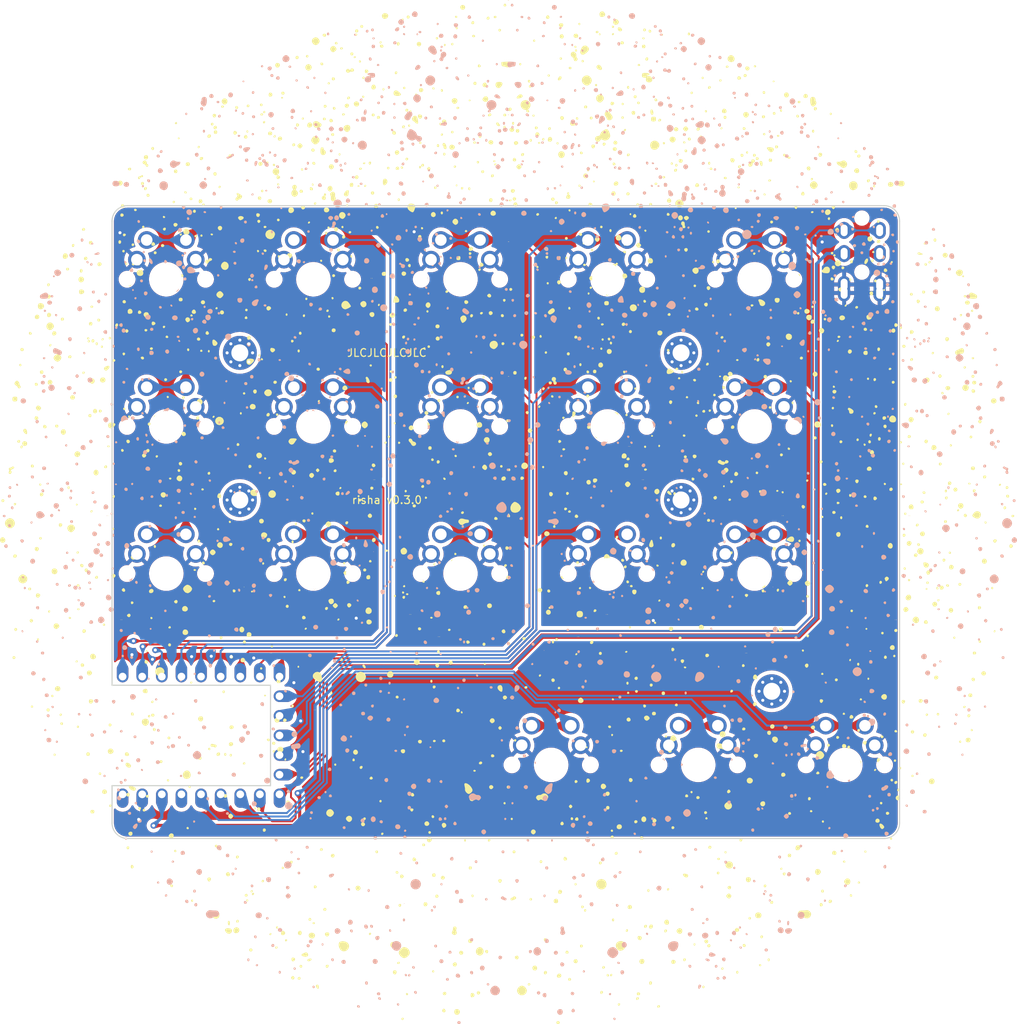
<source format=kicad_pcb>
(kicad_pcb (version 20221018) (generator pcbnew)
  (title_block (title "risha") (rev "v1.0.0") (company "Unknown"))
  (layers (0 "F.Cu" signal) (31 "B.Cu" signal) (34 "B.Paste" user) (35 "F.Paste" user) (36 "B.SilkS" user "B.Silkscreen") (37 "F.SilkS" user "F.Silkscreen") (38 "B.Mask" user) (39 "F.Mask" user) (44 "Edge.Cuts" user))
  (net 0 "")
  (net 1 "matrix_pinky_bottom")
  (net 2 "GND")
  (net 3 "matrix_pinky_home")
  (net 4 "matrix_pinky_top")
  (net 5 "matrix_ring_bottom")
  (net 6 "matrix_ring_home")
  (net 7 "matrix_ring_top")
  (net 8 "matrix_middle_bottom")
  (net 9 "matrix_middle_home")
  (net 10 "matrix_middle_top")
  (net 11 "matrix_index_bottom")
  (net 12 "matrix_index_home")
  (net 13 "matrix_index_top")
  (net 14 "matrix_inner_bottom")
  (net 15 "matrix_inner_home")
  (net 16 "matrix_inner_top")
  (net 17 "thumbfan_near_home")
  (net 18 "thumbfan_middle_home")
  (net 19 "thumbfan_far_home")
  (net 20 "GP12")
  (net 21 "GP29")
  (net 22 "3V3")
  (net 23 "5V")
  (footprint "MX" (layer "F.Cu") (at 190.5 114.3)
    (fp_text reference "S9" hide)
    (fp_text value "" hide)
    (pad "" np_thru_hole circle (at -5.08 0) (size 1.7018 1.7018) (drill 1.7018) (layers "*.Cu" "*.Mask"))
    (pad "" np_thru_hole circle (at 0 0) (size 3.9878 3.9878) (drill 3.9878) (layers "*.Cu" "*.Mask"))
    (pad "" np_thru_hole circle (at 5.08 0) (size 1.7018 1.7018) (drill 1.7018) (layers "*.Cu" "*.Mask"))
    (pad "1" thru_hole circle (at -2.54 -5.08) (size 2.286 2.286) (drill 1.4986) (layers "*.Cu" "*.Mask") (net 10 "matrix_middle_top"))
    (pad "1" thru_hole circle (at 2.54 -5.08) (size 2.286 2.286) (drill 1.4986) (layers "*.Cu" "*.Mask") (net 10 "matrix_middle_top"))
    (pad "2" thru_hole circle (at -3.81 -2.54) (size 2.286 2.286) (drill 1.4986) (layers "*.Cu" "*.Mask") (net 2 "GND"))
    (pad "2" thru_hole circle (at 3.81 -2.54) (size 2.286 2.286) (drill 1.4986) (layers "*.Cu" "*.Mask") (net 2 "GND"))
  )
  (footprint "MX" (layer "F.Cu") (at 152.4 152.4)
    (fp_text reference "S1" hide)
    (fp_text value "" hide)
    (pad "" np_thru_hole circle (at -5.08 0) (size 1.7018 1.7018) (drill 1.7018) (layers "*.Cu" "*.Mask"))
    (pad "" np_thru_hole circle (at 0 0) (size 3.9878 3.9878) (drill 3.9878) (layers "*.Cu" "*.Mask"))
    (pad "" np_thru_hole circle (at 5.08 0) (size 1.7018 1.7018) (drill 1.7018) (layers "*.Cu" "*.Mask"))
    (pad "1" thru_hole circle (at -2.54 -5.08) (size 2.286 2.286) (drill 1.4986) (layers "*.Cu" "*.Mask") (net 1 "matrix_pinky_bottom"))
    (pad "1" thru_hole circle (at 2.54 -5.08) (size 2.286 2.286) (drill 1.4986) (layers "*.Cu" "*.Mask") (net 1 "matrix_pinky_bottom"))
    (pad "2" thru_hole circle (at -3.81 -2.54) (size 2.286 2.286) (drill 1.4986) (layers "*.Cu" "*.Mask") (net 2 "GND"))
    (pad "2" thru_hole circle (at 3.81 -2.54) (size 2.286 2.286) (drill 1.4986) (layers "*.Cu" "*.Mask") (net 2 "GND"))
  )
  (footprint "MX" (layer "F.Cu") (at 209.55 152.4)
    (fp_text reference "S10" hide)
    (fp_text value "" hide)
    (pad "" np_thru_hole circle (at -5.08 0) (size 1.7018 1.7018) (drill 1.7018) (layers "*.Cu" "*.Mask"))
    (pad "" np_thru_hole circle (at 0 0) (size 3.9878 3.9878) (drill 3.9878) (layers "*.Cu" "*.Mask"))
    (pad "" np_thru_hole circle (at 5.08 0) (size 1.7018 1.7018) (drill 1.7018) (layers "*.Cu" "*.Mask"))
    (pad "1" thru_hole circle (at -2.54 -5.08) (size 2.286 2.286) (drill 1.4986) (layers "*.Cu" "*.Mask") (net 11 "matrix_index_bottom"))
    (pad "1" thru_hole circle (at 2.54 -5.08) (size 2.286 2.286) (drill 1.4986) (layers "*.Cu" "*.Mask") (net 11 "matrix_index_bottom"))
    (pad "2" thru_hole circle (at -3.81 -2.54) (size 2.286 2.286) (drill 1.4986) (layers "*.Cu" "*.Mask") (net 2 "GND"))
    (pad "2" thru_hole circle (at 3.81 -2.54) (size 2.286 2.286) (drill 1.4986) (layers "*.Cu" "*.Mask") (net 2 "GND"))
  )
  (footprint "MountingHole_2.2mm_M2_Pad_Via" (layer "F.Cu") (at 161.925 142.875)
    (fp_text reference "_4" hide)
    (fp_text value "" (at 0 0) (layer "F.SilkS") (effects (font (size 1.27 1.27))))
    (pad "1" thru_hole circle (at -1.65 0) (size 0.7 0.7) (drill 0.4) (layers "*.Cu" "*.Mask"))
    (pad "1" thru_hole circle (at -1.166726 -1.166726) (size 0.7 0.7) (drill 0.4) (layers "*.Cu" "*.Mask"))
    (pad "1" thru_hole circle (at -1.166726 1.166726) (size 0.7 0.7) (drill 0.4) (layers "*.Cu" "*.Mask"))
    (pad "1" thru_hole circle (at 0 -1.65) (size 0.7 0.7) (drill 0.4) (layers "*.Cu" "*.Mask"))
    (pad "1" thru_hole circle (at 0 0) (size 4.4 4.4) (drill 2.2) (layers "*.Cu" "*.Mask"))
    (pad "1" thru_hole circle (at 0 1.65) (size 0.7 0.7) (drill 0.4) (layers "*.Cu" "*.Mask"))
    (pad "1" thru_hole circle (at 1.166726 -1.166726) (size 0.7 0.7) (drill 0.4) (layers "*.Cu" "*.Mask"))
    (pad "1" thru_hole circle (at 1.166726 1.166726) (size 0.7 0.7) (drill 0.4) (layers "*.Cu" "*.Mask"))
    (pad "1" thru_hole circle (at 1.65 0) (size 0.7 0.7) (drill 0.4) (layers "*.Cu" "*.Mask"))
  )
  (footprint "MX" (layer "F.Cu") (at 202.25 177.165)
    (fp_text reference "S16" hide)
    (fp_text value "" hide)
    (pad "" np_thru_hole circle (at -5.08 0) (size 1.7018 1.7018) (drill 1.7018) (layers "*.Cu" "*.Mask"))
    (pad "" np_thru_hole circle (at 0 0) (size 3.9878 3.9878) (drill 3.9878) (layers "*.Cu" "*.Mask"))
    (pad "" np_thru_hole circle (at 5.08 0) (size 1.7018 1.7018) (drill 1.7018) (layers "*.Cu" "*.Mask"))
    (pad "1" thru_hole circle (at -2.54 -5.08) (size 2.286 2.286) (drill 1.4986) (layers "*.Cu" "*.Mask") (net 17 "thumbfan_near_home"))
    (pad "1" thru_hole circle (at 2.54 -5.08) (size 2.286 2.286) (drill 1.4986) (layers "*.Cu" "*.Mask") (net 17 "thumbfan_near_home"))
    (pad "2" thru_hole circle (at -3.81 -2.54) (size 2.286 2.286) (drill 1.4986) (layers "*.Cu" "*.Mask") (net 2 "GND"))
    (pad "2" thru_hole circle (at 3.81 -2.54) (size 2.286 2.286) (drill 1.4986) (layers "*.Cu" "*.Mask") (net 2 "GND"))
  )
  (footprint "MX" (layer "F.Cu") (at 209.55 133.35)
    (fp_text reference "S11" hide)
    (fp_text value "" hide)
    (pad "" np_thru_hole circle (at -5.08 0) (size 1.7018 1.7018) (drill 1.7018) (layers "*.Cu" "*.Mask"))
    (pad "" np_thru_hole circle (at 0 0) (size 3.9878 3.9878) (drill 3.9878) (layers "*.Cu" "*.Mask"))
    (pad "" np_thru_hole circle (at 5.08 0) (size 1.7018 1.7018) (drill 1.7018) (layers "*.Cu" "*.Mask"))
    (pad "1" thru_hole circle (at -2.54 -5.08) (size 2.286 2.286) (drill 1.4986) (layers "*.Cu" "*.Mask") (net 12 "matrix_index_home"))
    (pad "1" thru_hole circle (at 2.54 -5.08) (size 2.286 2.286) (drill 1.4986) (layers "*.Cu" "*.Mask") (net 12 "matrix_index_home"))
    (pad "2" thru_hole circle (at -3.81 -2.54) (size 2.286 2.286) (drill 1.4986) (layers "*.Cu" "*.Mask") (net 2 "GND"))
    (pad "2" thru_hole circle (at 3.81 -2.54) (size 2.286 2.286) (drill 1.4986) (layers "*.Cu" "*.Mask") (net 2 "GND"))
  )
  (footprint "MountingHole_2.2mm_M2_Pad_Via" (layer "F.Cu") (at 161.925 123.825)
    (fp_text reference "_5" hide)
    (fp_text value "" (at 0 0) (layer "F.SilkS") (effects (font (size 1.27 1.27))))
    (pad "1" thru_hole circle (at -1.65 0) (size 0.7 0.7) (drill 0.4) (layers "*.Cu" "*.Mask"))
    (pad "1" thru_hole circle (at -1.166726 -1.166726) (size 0.7 0.7) (drill 0.4) (layers "*.Cu" "*.Mask"))
    (pad "1" thru_hole circle (at -1.166726 1.166726) (size 0.7 0.7) (drill 0.4) (layers "*.Cu" "*.Mask"))
    (pad "1" thru_hole circle (at 0 -1.65) (size 0.7 0.7) (drill 0.4) (layers "*.Cu" "*.Mask"))
    (pad "1" thru_hole circle (at 0 0) (size 4.4 4.4) (drill 2.2) (layers "*.Cu" "*.Mask"))
    (pad "1" thru_hole circle (at 0 1.65) (size 0.7 0.7) (drill 0.4) (layers "*.Cu" "*.Mask"))
    (pad "1" thru_hole circle (at 1.166726 -1.166726) (size 0.7 0.7) (drill 0.4) (layers "*.Cu" "*.Mask"))
    (pad "1" thru_hole circle (at 1.166726 1.166726) (size 0.7 0.7) (drill 0.4) (layers "*.Cu" "*.Mask"))
    (pad "1" thru_hole circle (at 1.65 0) (size 0.7 0.7) (drill 0.4) (layers "*.Cu" "*.Mask"))
  )
  (footprint "MX" (layer "F.Cu") (at 228.6 114.3)
    (fp_text reference "S15" hide)
    (fp_text value "" hide)
    (pad "" np_thru_hole circle (at -5.08 0) (size 1.7018 1.7018) (drill 1.7018) (layers "*.Cu" "*.Mask"))
    (pad "" np_thru_hole circle (at 0 0) (size 3.9878 3.9878) (drill 3.9878) (layers "*.Cu" "*.Mask"))
    (pad "" np_thru_hole circle (at 5.08 0) (size 1.7018 1.7018) (drill 1.7018) (layers "*.Cu" "*.Mask"))
    (pad "1" thru_hole circle (at -2.54 -5.08) (size 2.286 2.286) (drill 1.4986) (layers "*.Cu" "*.Mask") (net 16 "matrix_inner_top"))
    (pad "1" thru_hole circle (at 2.54 -5.08) (size 2.286 2.286) (drill 1.4986) (layers "*.Cu" "*.Mask") (net 16 "matrix_inner_top"))
    (pad "2" thru_hole circle (at -3.81 -2.54) (size 2.286 2.286) (drill 1.4986) (layers "*.Cu" "*.Mask") (net 2 "GND"))
    (pad "2" thru_hole circle (at 3.81 -2.54) (size 2.286 2.286) (drill 1.4986) (layers "*.Cu" "*.Mask") (net 2 "GND"))
  )
  (footprint "MX" (layer "F.Cu") (at 171.45 114.3)
    (fp_text reference "S6" hide)
    (fp_text value "" hide)
    (pad "" np_thru_hole circle (at -5.08 0) (size 1.7018 1.7018) (drill 1.7018) (layers "*.Cu" "*.Mask"))
    (pad "" np_thru_hole circle (at 0 0) (size 3.9878 3.9878) (drill 3.9878) (layers "*.Cu" "*.Mask"))
    (pad "" np_thru_hole circle (at 5.08 0) (size 1.7018 1.7018) (drill 1.7018) (layers "*.Cu" "*.Mask"))
    (pad "1" thru_hole circle (at -2.54 -5.08) (size 2.286 2.286) (drill 1.4986) (layers "*.Cu" "*.Mask") (net 7 "matrix_ring_top"))
    (pad "1" thru_hole circle (at 2.54 -5.08) (size 2.286 2.286) (drill 1.4986) (layers "*.Cu" "*.Mask") (net 7 "matrix_ring_top"))
    (pad "2" thru_hole circle (at -3.81 -2.54) (size 2.286 2.286) (drill 1.4986) (layers "*.Cu" "*.Mask") (net 2 "GND"))
    (pad "2" thru_hole circle (at 3.81 -2.54) (size 2.286 2.286) (drill 1.4986) (layers "*.Cu" "*.Mask") (net 2 "GND"))
  )
  (footprint "MX" (layer "F.Cu") (at 171.45 133.35)
    (fp_text reference "S5" hide)
    (fp_text value "" hide)
    (pad "" np_thru_hole circle (at -5.08 0) (size 1.7018 1.7018) (drill 1.7018) (layers "*.Cu" "*.Mask"))
    (pad "" np_thru_hole circle (at 0 0) (size 3.9878 3.9878) (drill 3.9878) (layers "*.Cu" "*.Mask"))
    (pad "" np_thru_hole circle (at 5.08 0) (size 1.7018 1.7018) (drill 1.7018) (layers "*.Cu" "*.Mask"))
    (pad "1" thru_hole circle (at -2.54 -5.08) (size 2.286 2.286) (drill 1.4986) (layers "*.Cu" "*.Mask") (net 6 "matrix_ring_home"))
    (pad "1" thru_hole circle (at 2.54 -5.08) (size 2.286 2.286) (drill 1.4986) (layers "*.Cu" "*.Mask") (net 6 "matrix_ring_home"))
    (pad "2" thru_hole circle (at -3.81 -2.54) (size 2.286 2.286) (drill 1.4986) (layers "*.Cu" "*.Mask") (net 2 "GND"))
    (pad "2" thru_hole circle (at 3.81 -2.54) (size 2.286 2.286) (drill 1.4986) (layers "*.Cu" "*.Mask") (net 2 "GND"))
  )
  (footprint "MX" (layer "F.Cu") (at 152.4 114.3)
    (fp_text reference "S3" hide)
    (fp_text value "" hide)
    (pad "" np_thru_hole circle (at -5.08 0) (size 1.7018 1.7018) (drill 1.7018) (layers "*.Cu" "*.Mask"))
    (pad "" np_thru_hole circle (at 0 0) (size 3.9878 3.9878) (drill 3.9878) (layers "*.Cu" "*.Mask"))
    (pad "" np_thru_hole circle (at 5.08 0) (size 1.7018 1.7018) (drill 1.7018) (layers "*.Cu" "*.Mask"))
    (pad "1" thru_hole circle (at -2.54 -5.08) (size 2.286 2.286) (drill 1.4986) (layers "*.Cu" "*.Mask") (net 4 "matrix_pinky_top"))
    (pad "1" thru_hole circle (at 2.54 -5.08) (size 2.286 2.286) (drill 1.4986) (layers "*.Cu" "*.Mask") (net 4 "matrix_pinky_top"))
    (pad "2" thru_hole circle (at -3.81 -2.54) (size 2.286 2.286) (drill 1.4986) (layers "*.Cu" "*.Mask") (net 2 "GND"))
    (pad "2" thru_hole circle (at 3.81 -2.54) (size 2.286 2.286) (drill 1.4986) (layers "*.Cu" "*.Mask") (net 2 "GND"))
  )
  (footprint "MX" (layer "F.Cu") (at 209.55 114.3)
    (fp_text reference "S12" hide)
    (fp_text value "" hide)
    (pad "" np_thru_hole circle (at -5.08 0) (size 1.7018 1.7018) (drill 1.7018) (layers "*.Cu" "*.Mask"))
    (pad "" np_thru_hole circle (at 0 0) (size 3.9878 3.9878) (drill 3.9878) (layers "*.Cu" "*.Mask"))
    (pad "" np_thru_hole circle (at 5.08 0) (size 1.7018 1.7018) (drill 1.7018) (layers "*.Cu" "*.Mask"))
    (pad "1" thru_hole circle (at -2.54 -5.08) (size 2.286 2.286) (drill 1.4986) (layers "*.Cu" "*.Mask") (net 13 "matrix_index_top"))
    (pad "1" thru_hole circle (at 2.54 -5.08) (size 2.286 2.286) (drill 1.4986) (layers "*.Cu" "*.Mask") (net 13 "matrix_index_top"))
    (pad "2" thru_hole circle (at -3.81 -2.54) (size 2.286 2.286) (drill 1.4986) (layers "*.Cu" "*.Mask") (net 2 "GND"))
    (pad "2" thru_hole circle (at 3.81 -2.54) (size 2.286 2.286) (drill 1.4986) (layers "*.Cu" "*.Mask") (net 2 "GND"))
  )
  (footprint "MountingHole_2.2mm_M2_Pad_Via" (layer "F.Cu") (at 219.075 123.825)
    (fp_text reference "_7" hide)
    (fp_text value "" (at 0 0) (layer "F.SilkS") (effects (font (size 1.27 1.27))))
    (pad "1" thru_hole circle (at -1.65 0) (size 0.7 0.7) (drill 0.4) (layers "*.Cu" "*.Mask"))
    (pad "1" thru_hole circle (at -1.166726 -1.166726) (size 0.7 0.7) (drill 0.4) (layers "*.Cu" "*.Mask"))
    (pad "1" thru_hole circle (at -1.166726 1.166726) (size 0.7 0.7) (drill 0.4) (layers "*.Cu" "*.Mask"))
    (pad "1" thru_hole circle (at 0 -1.65) (size 0.7 0.7) (drill 0.4) (layers "*.Cu" "*.Mask"))
    (pad "1" thru_hole circle (at 0 0) (size 4.4 4.4) (drill 2.2) (layers "*.Cu" "*.Mask"))
    (pad "1" thru_hole circle (at 0 1.65) (size 0.7 0.7) (drill 0.4) (layers "*.Cu" "*.Mask"))
    (pad "1" thru_hole circle (at 1.166726 -1.166726) (size 0.7 0.7) (drill 0.4) (layers "*.Cu" "*.Mask"))
    (pad "1" thru_hole circle (at 1.166726 1.166726) (size 0.7 0.7) (drill 0.4) (layers "*.Cu" "*.Mask"))
    (pad "1" thru_hole circle (at 1.65 0) (size 0.7 0.7) (drill 0.4) (layers "*.Cu" "*.Mask"))
  )
  (footprint "main:north-sky-silk" (layer "F.Cu") (at 196.725 144.95)
    (fp_text reference "G***" hide)
    (fp_text value "LOGO" hide)
  )
  (footprint "MX" (layer "F.Cu") (at 240.35 177.165)
    (fp_text reference "S18" hide)
    (fp_text value "" hide)
    (pad "" np_thru_hole circle (at -5.08 0) (size 1.7018 1.7018) (drill 1.7018) (layers "*.Cu" "*.Mask"))
    (pad "" np_thru_hole circle (at 0 0) (size 3.9878 3.9878) (drill 3.9878) (layers "*.Cu" "*.Mask"))
    (pad "" np_thru_hole circle (at 5.08 0) (size 1.7018 1.7018) (drill 1.7018) (layers "*.Cu" "*.Mask"))
    (pad "1" thru_hole circle (at -2.54 -5.08) (size 2.286 2.286) (drill 1.4986) (layers "*.Cu" "*.Mask") (net 19 "thumbfan_far_home"))
    (pad "1" thru_hole circle (at 2.54 -5.08) (size 2.286 2.286) (drill 1.4986) (layers "*.Cu" "*.Mask") (net 19 "thumbfan_far_home"))
    (pad "2" thru_hole circle (at -3.81 -2.54) (size 2.286 2.286) (drill 1.4986) (layers "*.Cu" "*.Mask") (net 2 "GND"))
    (pad "2" thru_hole circle (at 3.81 -2.54) (size 2.286 2.286) (drill 1.4986) (layers "*.Cu" "*.Mask") (net 2 "GND"))
  )
  (footprint "MX" (layer "F.Cu") (at 190.5 152.4)
    (fp_text reference "S7" hide)
    (fp_text value "" hide)
    (pad "" np_thru_hole circle (at -5.08 0) (size 1.7018 1.7018) (drill 1.7018) (layers "*.Cu" "*.Mask"))
    (pad "" np_thru_hole circle (at 0 0) (size 3.9878 3.9878) (drill 3.9878) (layers "*.Cu" "*.Mask"))
    (pad "" np_thru_hole circle (at 5.08 0) (size 1.7018 1.7018) (drill 1.7018) (layers "*.Cu" "*.Mask"))
    (pad "1" thru_hole circle (at -2.54 -5.08) (size 2.286 2.286) (drill 1.4986) (layers "*.Cu" "*.Mask") (net 8 "matrix_middle_bottom"))
    (pad "1" thru_hole circle (at 2.54 -5.08) (size 2.286 2.286) (drill 1.4986) (layers "*.Cu" "*.Mask") (net 8 "matrix_middle_bottom"))
    (pad "2" thru_hole circle (at -3.81 -2.54) (size 2.286 2.286) (drill 1.4986) (layers "*.Cu" "*.Mask") (net 2 "GND"))
    (pad "2" thru_hole circle (at 3.81 -2.54) (size 2.286 2.286) (drill 1.4986) (layers "*.Cu" "*.Mask") (net 2 "GND"))
  )
  (footprint "TRRS-PJ-320A-dual" (layer "F.Cu") (at 244.7925 104.775)
    (fp_text reference "TRRS1")
    (fp_text value "TRRS-PJ-320A-dual")
    (pad "" np_thru_hole circle (at -2.3 1.6) (size 1.5 1.5) (drill 1.5) (layers "*.Cu" "*.Mask"))
    (pad "" np_thru_hole circle (at -2.3 8.6) (size 1.5 1.5) (drill 1.5) (layers "*.Cu" "*.Mask"))
    (pad "1" thru_hole oval (at -4.6 11.3) (size 1.6 2.2) (drill oval 0.9 1.5) (layers "*.Cu" "*.Mask") (net 2 "GND"))
    (pad "1" thru_hole oval (at 0 11.3) (size 1.6 2.2) (drill oval 0.9 1.5) (layers "*.Cu" "*.Mask") (net 2 "GND"))
    (pad "2" thru_hole oval (at -4.6 10.2) (size 1.6 2.2) (drill oval 0.9 1.5) (layers "*.Cu" "*.Mask") (net 2 "GND"))
    (pad "2" thru_hole oval (at 0 10.2) (size 1.6 2.2) (drill oval 0.9 1.5) (layers "*.Cu" "*.Mask") (net 2 "GND"))
    (pad "3" thru_hole oval (at -4.6 6.2) (size 1.6 2.2) (drill oval 0.9 1.5) (layers "*.Cu" "*.Mask") (net 22 "3V3"))
    (pad "3" thru_hole oval (at 0 6.2) (size 1.6 2.2) (drill oval 0.9 1.5) (layers "*.Cu" "*.Mask") (net 22 "3V3"))
    (pad "4" thru_hole oval (at -4.6 3.2) (size 1.6 2.2) (drill oval 0.9 1.5) (layers "*.Cu" "*.Mask") (net 20 "GP12"))
    (pad "4" thru_hole oval (at 0 3.2) (size 1.6 2.2) (drill oval 0.9 1.5) (layers "*.Cu" "*.Mask") (net 20 "GP12"))
  )
  (footprint "MX" (layer "F.Cu") (at 190.5 133.35)
    (fp_text reference "S8" hide)
    (fp_text value "" hide)
    (pad "" np_thru_hole circle (at -5.08 0) (size 1.7018 1.7018) (drill 1.7018) (layers "*.Cu" "*.Mask"))
    (pad "" np_thru_hole circle (at 0 0) (size 3.9878 3.9878) (drill 3.9878) (layers "*.Cu" "*.Mask"))
    (pad "" np_thru_hole circle (at 5.08 0) (size 1.7018 1.7018) (drill 1.7018) (layers "*.Cu" "*.Mask"))
    (pad "1" thru_hole circle (at -2.54 -5.08) (size 2.286 2.286) (drill 1.4986) (layers "*.Cu" "*.Mask") (net 9 "matrix_middle_home"))
    (pad "1" thru_hole circle (at 2.54 -5.08) (size 2.286 2.286) (drill 1.4986) (layers "*.Cu" "*.Mask") (net 9 "matrix_middle_home"))
    (pad "2" thru_hole circle (at -3.81 -2.54) (size 2.286 2.286) (drill 1.4986) (layers "*.Cu" "*.Mask") (net 2 "GND"))
    (pad "2" thru_hole circle (at 3.81 -2.54) (size 2.286 2.286) (drill 1.4986) (layers "*.Cu" "*.Mask") (net 2 "GND"))
  )
  (footprint "MountingHole_2.2mm_M2_Pad_Via" (layer "F.Cu") (at 230.825 167.64)
    (fp_text reference "_8" hide)
    (fp_text value "" (at 0 0) (layer "F.SilkS") (effects (font (size 1.27 1.27))))
    (pad "1" thru_hole circle (at -1.65 0) (size 0.7 0.7) (drill 0.4) (layers "*.Cu" "*.Mask"))
    (pad "1" thru_hole circle (at -1.166726 -1.166726) (size 0.7 0.7) (drill 0.4) (layers "*.Cu" "*.Mask"))
    (pad "1" thru_hole circle (at -1.166726 1.166726) (size 0.7 0.7) (drill 0.4) (layers "*.Cu" "*.Mask"))
    (pad "1" thru_hole circle (at 0 -1.65) (size 0.7 0.7) (drill 0.4) (layers "*.Cu" "*.Mask"))
    (pad "1" thru_hole circle (at 0 0) (size 4.4 4.4) (drill 2.2) (layers "*.Cu" "*.Mask"))
    (pad "1" thru_hole circle (at 0 1.65) (size 0.7 0.7) (drill 0.4) (layers "*.Cu" "*.Mask"))
    (pad "1" thru_hole circle (at 1.166726 -1.166726) (size 0.7 0.7) (drill 0.4) (layers "*.Cu" "*.Mask"))
    (pad "1" thru_hole circle (at 1.166726 1.166726) (size 0.7 0.7) (drill 0.4) (layers "*.Cu" "*.Mask"))
    (pad "1" thru_hole circle (at 1.65 0) (size 0.7 0.7) (drill 0.4) (layers "*.Cu" "*.Mask"))
  )
  (footprint "MX" (layer "F.Cu") (at 228.6 152.4)
    (fp_text reference "S13" hide)
    (fp_text value "" hide)
    (pad "" np_thru_hole circle (at -5.08 0) (size 1.7018 1.7018) (drill 1.7018) (layers "*.Cu" "*.Mask"))
    (pad "" np_thru_hole circle (at 0 0) (size 3.9878 3.9878) (drill 3.9878) (layers "*.Cu" "*.Mask"))
    (pad "" np_thru_hole circle (at 5.08 0) (size 1.7018 1.7018) (drill 1.7018) (layers "*.Cu" "*.Mask"))
    (pad "1" thru_hole circle (at -2.54 -5.08) (size 2.286 2.286) (drill 1.4986) (layers "*.Cu" "*.Mask") (net 14 "matrix_inner_bottom"))
    (pad "1" thru_hole circle (at 2.54 -5.08) (size 2.286 2.286) (drill 1.4986) (layers "*.Cu" "*.Mask") (net 14 "matrix_inner_bottom"))
    (pad "2" thru_hole circle (at -3.81 -2.54) (size 2.286 2.286) (drill 1.4986) (layers "*.Cu" "*.Mask") (net 2 "GND"))
    (pad "2" thru_hole circle (at 3.81 -2.54) (size 2.286 2.286) (drill 1.4986) (layers "*.Cu" "*.Mask") (net 2 "GND"))
  )
  (footprint "MountingHole_2.2mm_M2_Pad_Via" (layer "F.Cu") (at 219.075 142.875)
    (fp_text reference "_6" hide)
    (fp_text value "" (at 0 0) (layer "F.SilkS") (effects (font (size 1.27 1.27))))
    (pad "1" thru_hole circle (at -1.65 0) (size 0.7 0.7) (drill 0.4) (layers "*.Cu" "*.Mask"))
    (pad "1" thru_hole circle (at -1.166726 -1.166726) (size 0.7 0.7) (drill 0.4) (layers "*.Cu" "*.Mask"))
    (pad "1" thru_hole circle (at -1.166726 1.166726) (size 0.7 0.7) (drill 0.4) (layers "*.Cu" "*.Mask"))
    (pad "1" thru_hole circle (at 0 -1.65) (size 0.7 0.7) (drill 0.4) (layers "*.Cu" "*.Mask"))
    (pad "1" thru_hole circle (at 0 0) (size 4.4 4.4) (drill 2.2) (layers "*.Cu" "*.Mask"))
    (pad "1" thru_hole circle (at 0 1.65) (size 0.7 0.7) (drill 0.4) (layers "*.Cu" "*.Mask"))
    (pad "1" thru_hole circle (at 1.166726 -1.166726) (size 0.7 0.7) (drill 0.4) (layers "*.Cu" "*.Mask"))
    (pad "1" thru_hole circle (at 1.166726 1.166726) (size 0.7 0.7) (drill 0.4) (layers "*.Cu" "*.Mask"))
    (pad "1" thru_hole circle (at 1.65 0) (size 0.7 0.7) (drill 0.4) (layers "*.Cu" "*.Mask"))
  )
  (footprint "rp2040_zero_tht_pads" (layer "F.Cu") (at 156.9 173.355 90)
    (fp_text reference "" (at 0 0 90) (layer "F.SilkS") (effects (font (size 1.27 1.27))))
    (fp_text value "" (at 0 0 90) (layer "F.SilkS") (effects (font (size 1.27 1.27))))
    (pad "1" thru_hole oval (at 7.62 -10.16 270) (size 2.5 1.5) (drill 1 (offset -0.5 0)) (layers "*.Cu" "*.Mask") (net 1 "matrix_pinky_bottom"))
    (pad "2" thru_hole oval (at 7.62 -7.62 270) (size 2.5 1.5) (drill 1 (offset -0.5 0)) (layers "*.Cu" "*.Mask") (net 3 "matrix_pinky_home"))
    (pad "3" thru_hole oval (at 7.62 -5.08 270) (size 2.5 1.5) (drill 1 (offset -0.5 0)) (layers "*.Cu" "*.Mask") (net 4 "matrix_pinky_top"))
    (pad "4" thru_hole oval (at 7.62 -2.54 270) (size 2.5 1.5) (drill 1 (offset -0.5 0)) (layers "*.Cu" "*.Mask") (net 5 "matrix_ring_bottom"))
    (pad "5" thru_hole oval (at 7.62 0 270) (size 2.5 1.5) (drill 1 (offset -0.5 0)) (layers "*.Cu" "*.Mask") (net 6 "matrix_ring_home"))
    (pad "6" thru_hole oval (at 7.62 2.54 270) (size 2.5 1.5) (drill 1 (offset -0.5 0)) (layers "*.Cu" "*.Mask") (net 7 "matrix_ring_top"))
    (pad "7" thru_hole oval (at 7.62 5.08 270) (size 2.5 1.5) (drill 1 (offset -0.5 0)) (layers "*.Cu" "*.Mask") (net 8 "matrix_middle_bottom"))
    (pad "8" thru_hole oval (at 7.62 7.62 270) (size 2.5 1.5) (drill 1 (offset -0.5 0)) (layers "*.Cu" "*.Mask") (net 9 "matrix_middle_home"))
    (pad "9" thru_hole oval (at 7.62 10.16 270) (size 2.5 1.5) (drill 1 (offset -0.5 0)) (layers "*.Cu" "*.Mask") (net 10 "matrix_middle_top"))
    (pad "10" thru_hole oval (at 5.08 10.16 180) (size 2.5 1.5) (drill 1 (offset -0.5 0)) (layers "*.Cu" "*.Mask") (net 13 "matrix_index_top"))
    (pad "11" thru_hole oval (at 2.54 10.16 180) (size 2.5 1.5) (drill 1 (offset -0.5 0)) (layers "*.Cu" "*.Mask") (net 12 "matrix_index_home"))
    (pad "12" thru_hole oval (at 0 10.16 180) (size 2.5 1.5) (drill 1 (offset -0.5 0)) (layers "*.Cu" "*.Mask") (net 11 "matrix_index_bottom"))
    (pad "13" thru_hole oval (at -2.54 10.16 180) (size 2.5 1.5) (drill 1 (offset -0.5 0)) (layers "*.Cu" "*.Mask") (net 20 "GP12"))
    (pad "14" thru_hole oval (at -5.08 10.16 180) (size 2.5 1.5) (drill 1 (offset -0.5 0)) (layers "*.Cu" "*.Mask") (net 14 "matrix_inner_bottom"))
    (pad "15" thru_hole oval (at -7.62 10.16 90) (size 2.5 1.5) (drill 1 (offset -0.5 0)) (layers "*.Cu" "*.Mask") (net 15 "matrix_inner_home"))
    (pad "16" thru_hole oval (at -7.62 7.62 90) (size 2.5 1.5) (drill 1 (offset -0.5 0)) (layers "*.Cu" "*.Mask") (net 16 "matrix_inner_top"))
    (pad "17" thru_hole oval (at -7.62 5.08 90) (size 2.5 1.5) (drill 1 (offset -0.5 0)) (layers "*.Cu" "*.Mask") (net 19 "thumbfan_far_home"))
    (pad "18" thru_hole oval (at -7.62 2.54 90) (size 2.5 1.5) (drill 1 (offset -0.5 0)) (layers "*.Cu" "*.Mask") (net 18 "thumbfan_middle_home"))
    (pad "19" thru_hole oval (at -7.62 0 90) (size 2.5 1.5) (drill 1 (offset -0.5 0)) (layers "*.Cu" "*.Mask") (net 17 "thumbfan_near_home"))
    (pad "20" thru_hole oval (at -7.62 -2.54 90) (size 2.5 1.5) (drill 1 (offset -0.5 0)) (layers "*.Cu" "*.Mask") (net 21 "GP29"))
    (pad "21" thru_hole oval (at -7.62 -5.08 90) (size 2.5 1.5) (drill 1 (offset -0.5 0)) (layers "*.Cu" "*.Mask") (net 22 "3V3"))
    (pad "22" thru_hole oval (at -7.62 -7.62 90) (size 2.5 1.5) (drill 1 (offset -0.5 0)) (layers "*.Cu" "*.Mask") (net 2 "GND"))
    (pad "23" thru_hole oval (at -7.62 -10.16 90) (size 2.5 1.5) (drill 1 (offset -0.5 0)) (layers "*.Cu" "*.Mask") (net 23 "5V"))
  )
  (footprint "MX" (layer "F.Cu") (at 228.6 133.35)
    (fp_text reference "S14" hide)
    (fp_text value "" hide)
    (pad "" np_thru_hole circle (at -5.08 0) (size 1.7018 1.7018) (drill 1.7018) (layers "*.Cu" "*.Mask"))
    (pad "" np_thru_hole circle (at 0 0) (size 3.9878 3.9878) (drill 3.9878) (layers "*.Cu" "*.Mask"))
    (pad "" np_thru_hole circle (at 5.08 0) (size 1.7018 1.7018) (drill 1.7018) (layers "*.Cu" "*.Mask"))
    (pad "1" thru_hole circle (at -2.54 -5.08) (size 2.286 2.286) (drill 1.4986) (layers "*.Cu" "*.Mask") (net 15 "matrix_inner_home"))
    (pad "1" thru_hole circle (at 2.54 -5.08) (size 2.286 2.286) (drill 1.4986) (layers "*.Cu" "*.Mask") (net 15 "matrix_inner_home"))
    (pad "2" thru_hole circle (at -3.81 -2.54) (size 2.286 2.286) (drill 1.4986) (layers "*.Cu" "*.Mask") (net 2 "GND"))
    (pad "2" thru_hole circle (at 3.81 -2.54) (size 2.286 2.286) (drill 1.4986) (layers "*.Cu" "*.Mask") (net 2 "GND"))
  )
  (footprint "MX" (layer "F.Cu") (at 171.45 152.4)
    (fp_text reference "S4" hide)
    (fp_text value "" hide)
    (pad "" np_thru_hole circle (at -5.08 0) (size 1.7018 1.7018) (drill 1.7018) (layers "*.Cu" "*.Mask"))
    (pad "" np_thru_hole circle (at 0 0) (size 3.9878 3.9878) (drill 3.9878) (layers "*.Cu" "*.Mask"))
    (pad "" np_thru_hole circle (at 5.08 0) (size 1.7018 1.7018) (drill 1.7018) (layers "*.Cu" "*.Mask"))
    (pad "1" thru_hole circle (at -2.54 -5.08) (size 2.286 2.286) (drill 1.4986) (layers "*.Cu" "*.Mask") (net 5 "matrix_ring_bottom"))
    (pad "1" thru_hole circle (at 2.54 -5.08) (size 2.286 2.286) (drill 1.4986) (layers "*.Cu" "*.Mask") (net 5 "matrix_ring_bottom"))
    (pad "2" thru_hole circle (at -3.81 -2.54) (size 2.286 2.286) (drill 1.4986) (layers "*.Cu" "*.Mask") (net 2 "GND"))
    (pad "2" thru_hole circle (at 3.81 -2.54) (size 2.286 2.286) (drill 1.4986) (layers "*.Cu" "*.Mask") (net 2 "GND"))
  )
  (footprint "MX" (layer "F.Cu") (at 152.4 133.35)
    (fp_text reference "S2" hide)
    (fp_text value "" hide)
    (pad "" np_thru_hole circle (at -5.08 0) (size 1.7018 1.7018) (drill 1.7018) (layers "*.Cu" "*.Mask"))
    (pad "" np_thru_hole circle (at 0 0) (size 3.9878 3.9878) (drill 3.9878) (layers "*.Cu" "*.Mask"))
    (pad "" np_thru_hole circle (at 5.08 0) (size 1.7018 1.7018) (drill 1.7018) (layers "*.Cu" "*.Mask"))
    (pad "1" thru_hole circle (at -2.54 -5.08) (size 2.286 2.286) (drill 1.4986) (layers "*.Cu" "*.Mask") (net 3 "matrix_pinky_home"))
    (pad "1" thru_hole circle (at 2.54 -5.08) (size 2.286 2.286) (drill 1.4986) (layers "*.Cu" "*.Mask") (net 3 "matrix_pinky_home"))
    (pad "2" thru_hole circle (at -3.81 -2.54) (size 2.286 2.286) (drill 1.4986) (layers "*.Cu" "*.Mask") (net 2 "GND"))
    (pad "2" thru_hole circle (at 3.81 -2.54) (size 2.286 2.286) (drill 1.4986) (layers "*.Cu" "*.Mask") (net 2 "GND"))
  )
  (footprint "MX" (layer "F.Cu") (at 221.3 177.165)
    (fp_text reference "S17" hide)
    (fp_text value "" hide)
    (pad "" np_thru_hole circle (at -5.08 0) (size 1.7018 1.7018) (drill 1.7018) (layers "*.Cu" "*.Mask"))
    (pad "" np_thru_hole circle (at 0 0) (size 3.9878 3.9878) (drill 3.9878) (layers "*.Cu" "*.Mask"))
    (pad "" np_thru_hole circle (at 5.08 0) (size 1.7018 1.7018) (drill 1.7018) (layers "*.Cu" "*.Mask"))
    (pad "1" thru_hole circle (at -2.54 -5.08) (size 2.286 2.286) (drill 1.4986) (layers "*.Cu" "*.Mask") (net 18 "thumbfan_middle_home"))
    (pad "1" thru_hole circle (at 2.54 -5.08) (size 2.286 2.286) (drill 1.4986) (layers "*.Cu" "*.Mask") (net 18 "thumbfan_middle_home"))
    (pad "2" thru_hole circle (at -3.81 -2.54) (size 2.286 2.286) (drill 1.4986) (layers "*.Cu" "*.Mask") (net 2 "GND"))
    (pad "2" thru_hole circle (at 3.81 -2.54) (size 2.286 2.286) (drill 1.4986) (layers "*.Cu" "*.Mask") (net 2 "GND"))
  )
  (footprint "main:north-sky-silk" (layer "B.Cu") (at 196.725 144.95 180)
    (fp_text reference "G***" hide)
    (fp_text value "LOGO" hide)
  )
  (gr_arc (start 245.375 104.775) (mid 246.789214 105.360786) (end 247.375 106.775) (stroke (width 0.15)) (layer "Edge.Cuts"))
  (gr_arc (start 247.375 184.69) (mid 246.789214 186.104214) (end 245.375 186.69) (stroke (width 0.15)) (layer "Edge.Cuts"))
  (gr_line (start 147.375 104.775) (end 245.375 104.775) (stroke (width 0.15)) (layer "Edge.Cuts"))
  (gr_line (start 145.375 179.855) (end 165.9 179.855) (stroke (width 0.15)) (layer "Edge.Cuts"))
  (gr_line (start 165.9 179.855) (end 165.9 166.855) (stroke (width 0.15)) (layer "Edge.Cuts"))
  (gr_arc (start 145.375 106.775) (mid 145.960786 105.360786) (end 147.375 104.775) (stroke (width 0.15)) (layer "Edge.Cuts"))
  (gr_line (start 245.375 186.69) (end 147.375 186.69) (stroke (width 0.15)) (layer "Edge.Cuts"))
  (gr_line (start 145.375 166.855) (end 145.375 106.775) (stroke (width 0.15)) (layer "Edge.Cuts"))
  (gr_line (start 165.9 166.855) (end 145.375 166.855) (stroke (width 0.15)) (layer "Edge.Cuts"))
  (gr_arc (start 147.375 186.69) (mid 145.960786 186.104214) (end 145.375 184.69) (stroke (width 0.15)) (layer "Edge.Cuts"))
  (gr_line (start 247.375 106.775) (end 247.375 184.69) (stroke (width 0.15)) (layer "Edge.Cuts"))
  (gr_line (start 145.375 184.69) (end 145.375 179.855) (stroke (width 0.15)) (layer "Edge.Cuts"))
  (gr_text "risha v0.3.0" (at 180.975 142.875) (layer "F.SilkS") (effects (font (size 1 1))))
  (gr_text "JLCJLCJLCJLC" (at 180.975 123.825) (layer "F.SilkS") (effects (font (size 1 1))))
  (segment (start 180.525 159.788604) (end 179.188604 161.125) (width 0.25) (layer "F.Cu") (net 1))
  (segment (start 154.94 147.32) (end 154.94 143.585) (width 0.25) (layer "F.Cu") (net 1))
  (segment (start 159.275 139.25) (end 178.45 139.25) (width 0.25) (layer "F.Cu") (net 1))
  (segment (start 180.525 141.325) (end 180.525 159.788604) (width 0.25) (layer "F.Cu") (net 1))
  (segment (start 154.94 143.585) (end 159.275 139.25) (width 0.25) (layer "F.Cu") (net 1))
  (segment (start 178.45 139.25) (end 180.525 141.325) (width 0.25) (layer "F.Cu") (net 1))
  (segment (start 179.188604 161.125) (end 148.15 161.125) (width 0.25) (layer "F.Cu") (net 1))
  (via (at 148.15 161.125) (size 0.8) (drill 0.4) (layers "F.Cu" "B.Cu") (net 1))
  (segment (start 149.86 147.32) (end 154.94 147.32) (width 0.25) (layer "B.Cu") (net 1))
  (segment (start 146.74 161.51) (end 146.74 165.735) (width 0.25) (layer "B.Cu") (net 1))
  (segment (start 147.125 161.125) (end 146.74 161.51) (width 0.25) (layer "B.Cu") (net 1))
  (segment (start 148.15 161.125) (end 147.125 161.125) (width 0.25) (layer "B.Cu") (net 1))
  (via (at 158.225 163.1) (size 0.8) (drill 0.4) (layers "F.Cu" "B.Cu") (net 2))
  (via (at 184.5 108.15) (size 0.8) (drill 0.4) (layers "F.Cu" "B.Cu") (net 2))
  (via (at 177 158.175) (size 0.8) (drill 0.4) (layers "F.Cu" "B.Cu") (net 2))
  (via (at 168.925 166.525) (size 0.8) (drill 0.4) (layers "F.Cu" "B.Cu") (net 2))
  (via (at 155.675 163.15) (size 0.8) (drill 0.4) (layers "F.Cu" "B.Cu") (net 2))
  (via (at 237.35 109.475) (size 0.8) (drill 0.4) (layers "F.Cu" "B.Cu") (net 2))
  (via (at 148.825 184.225) (size 0.8) (drill 0.4) (layers "F.Cu" "B.Cu") (net 2))
  (via (at 170.1 175.45) (size 0.8) (drill 0.4) (layers "F.Cu" "B.Cu") (net 2))
  (via (at 215.475 158.475) (size 0.8) (drill 0.4) (layers "F.Cu" "B.Cu") (net 2))
  (via (at 163.725 163.325) (size 0.8) (drill 0.4) (layers "F.Cu" "B.Cu") (net 2))
  (via (at 147.95 162.9) (size 0.8) (drill 0.4) (layers "F.Cu" "B.Cu") (net 2))
  (via (at 169.8 171.475) (size 0.8) (drill 0.4) (layers "F.Cu" "B.Cu") (net 2))
  (via (at 150.6 163.5) (size 0.8) (drill 0.4) (layers "F.Cu" "B.Cu") (net 2))
  (via (at 146.4 108.275) (size 0.8) (drill 0.4) (layers "F.Cu" "B.Cu") (net 2))
  (via (at 160.8 163.15) (size 0.8) (drill 0.4) (layers "F.Cu" "B.Cu") (net 2))
  (segment (start 159.225 120.2) (end 178.4 120.2) (width 0.25) (layer "F.Cu") (net 3))
  (segment (start 180.975 122.775) (end 180.975 159.975) (width 0.25) (layer "F.Cu") (net 3))
  (segment (start 149.6245 161.575) (end 179.375 161.575) (width 0.25) (layer "F.Cu") (net 3))
  (segment (start 178.4 120.2) (end 180.975 122.775) (width 0.25) (layer "F.Cu") (net 3))
  (segment (start 154.94 128.27) (end 154.94 124.485) (width 0.25) (layer "F.Cu") (net 3))
  (segment (start 154.94 124.485) (end 159.225 120.2) (width 0.25) (layer "F.Cu") (net 3))
  (segment (start 179.375 161.575) (end 180.975 159.975) (width 0.25) (layer "F.Cu") (net 3))
  (segment (start 149.6245 161.575) (end 149.35 161.8495) (width 0.25) (layer "F.Cu") (net 3))
  (via (at 149.35 161.8495) (size 0.8) (drill 0.4) (layers "F.Cu" "B.Cu") (net 3))
  (segment (start 149.86 128.27) (end 154.94 128.27) (width 0.25) (layer "B.Cu") (net 3))
  (segment (start 149.35 161.8495) (end 149.35 165.665) (width 0.25) (layer "B.Cu") (net 3))
  (segment (start 154.94 109.22) (end 158.035 106.125) (width 0.25) (layer "F.Cu") (net 4))
  (segment (start 158.035 106.125) (end 177.425 106.125) (width 0.25) (layer "F.Cu") (net 4))
  (segment (start 151.2495 162.025) (end 179.561396 162.025) (width 0.25) (layer "F.Cu") (net 4))
  (segment (start 181.425 110.125) (end 181.425 160.161396) (width 0.25) (layer "F.Cu") (net 4))
  (segment (start 181.425 160.161396) (end 179.561396 162.025) (width 0.25) (layer "F.Cu") (net 4))
  (segment (start 151.2495 162.025) (end 150.975 162.2995) (width 0.25) (layer "F.Cu") (net 4))
  (segment (start 177.425 106.125) (end 181.425 110.125) (width 0.25) (layer "F.Cu") (net 4))
  (via (at 150.975 162.2995) (size 0.8) (drill 0.4) (layers "F.Cu" "B.Cu") (net 4))
  (segment (start 149.86 109.22) (end 154.94 109.22) (width 0.25) (layer "B.Cu") (net 4))
  (segment (start 151.5245 162.2995) (end 150.975 162.2995) (width 0.25) (layer "B.Cu") (net 4))
  (segment (start 151.82 165.735) (end 151.82 162.595) (width 0.25) (layer "B.Cu") (net 4))
  (segment (start 151.82 162.595) (end 151.5245 162.2995) (width 0.25) (layer "B.Cu") (net 4))
  (segment (start 168.91 147.32) (end 173.99 147.32) (width 0.25) (layer "F.Cu") (net 5))
  (segment (start 179.145 147.32) (end 180.525 148.7) (width 0.25) (layer "B.Cu") (net 5))
  (segment (start 154.36 162.265) (end 154.36 165.735) (width 0.25) (layer "B.Cu") (net 5))
  (segment (start 155.5 161.125) (end 154.36 162.265) (width 0.25) (layer "B.Cu") (net 5))
  (segment (start 173.99 147.32) (end 179.145 147.32) (width 0.25) (layer "B.Cu") (net 5))
  (segment (start 180.525 159.802208) (end 179.202208 161.125) (width 0.25) (layer "B.Cu") (net 5))
  (segment (start 180.525 148.7) (end 180.525 159.802208) (width 0.25) (layer "B.Cu") (net 5))
  (segment (start 179.202208 161.125) (end 155.5 161.125) (width 0.25) (layer "B.Cu") (net 5))
  (segment (start 168.91 128.27) (end 173.99 128.27) (width 0.25) (layer "F.Cu") (net 6))
  (segment (start 173.99 128.27) (end 179.07 128.27) (width 0.25) (layer "B.Cu") (net 6))
  (segment (start 156.9 162.35) (end 156.9 165.735) (width 0.25) (layer "B.Cu") (net 6))
  (segment (start 157.675 161.575) (end 156.9 162.35) (width 0.25) (layer "B.Cu") (net 6))
  (segment (start 180.975 130.175) (end 180.975 159.988604) (width 0.25) (layer "B.Cu") (net 6))
  (segment (start 179.07 128.27) (end 180.975 130.175) (width 0.25) (layer "B.Cu") (net 6))
  (segment (start 179.388604 161.575) (end 157.675 161.575) (width 0.25) (layer "B.Cu") (net 6))
  (segment (start 180.975 159.988604) (end 179.388604 161.575) (width 0.25) (layer "B.Cu") (net 6))
  (segment (start 168.91 109.22) (end 173.99 109.22) (width 0.25) (layer "F.Cu") (net 7))
  (segment (start 179.47 109.22) (end 181.425 111.175) (width 0.25) (layer "B.Cu") (net 7))
  (segment (start 181.425 160.175) (end 179.575 162.025) (width 0.25) (layer "B.Cu") (net 7))
  (segment (start 159.44 162.435) (end 159.44 165.735) (width 0.25) (layer "B.Cu") (net 7))
  (segment (start 159.85 162.025) (end 159.44 162.435) (width 0.25) (layer "B.Cu") (net 7))
  (segment (start 181.425 111.175) (end 181.425 160.175) (width 0.25) (layer "B.Cu") (net 7))
  (segment (start 173.99 109.22) (end 179.47 109.22) (width 0.25) (layer "B.Cu") (net 7))
  (segment (start 179.575 162.025) (end 159.85 162.025) (width 0.25) (layer "B.Cu") (net 7))
  (segment (start 199.45 149.1) (end 199.45 159.277208) (width 0.25) (layer "F.Cu") (net 8))
  (segment (start 163.1 162.475) (end 161.98 163.595) (width 0.25) (layer "F.Cu") (net 8))
  (segment (start 161.98 163.595) (end 161.98 165.735) (width 0.25) (layer "F.Cu") (net 8))
  (segment (start 197.67 147.32) (end 199.45 149.1) (width 0.25) (layer "F.Cu") (net 8))
  (segment (start 196.252208 162.475) (end 163.1 162.475) (width 0.25) (layer "F.Cu") (net 8))
  (segment (start 199.45 159.277208) (end 196.252208 162.475) (width 0.25) (layer "F.Cu") (net 8))
  (segment (start 193.04 147.32) (end 197.67 147.32) (width 0.25) (layer "F.Cu") (net 8))
  (segment (start 187.96 147.32) (end 193.04 147.32) (width 0.25) (layer "B.Cu") (net 8))
  (segment (start 196.438604 162.925) (end 165.7 162.925) (width 0.25) (layer "F.Cu") (net 9))
  (segment (start 199.9 130.375) (end 199.9 159.463604) (width 0.25) (layer "F.Cu") (net 9))
  (segment (start 197.795 128.27) (end 199.9 130.375) (width 0.25) (layer "F.Cu") (net 9))
  (segment (start 164.52 164.105) (end 164.52 165.735) (width 0.25) (layer "F.Cu") (net 9))
  (segment (start 165.7 162.925) (end 164.52 164.105) (width 0.25) (layer "F.Cu") (net 9))
  (segment (start 193.04 128.27) (end 197.795 128.27) (width 0.25) (layer "F.Cu") (net 9))
  (segment (start 199.9 159.463604) (end 196.438604 162.925) (width 0.25) (layer "F.Cu") (net 9))
  (segment (start 187.96 128.27) (end 193.04 128.27) (width 0.25) (layer "B.Cu") (net 9))
  (segment (start 167.575 163.375) (end 196.625 163.375) (width 0.25) (layer "F.Cu") (net 10))
  (segment (start 193.04 109.22) (end 198.395 109.22) (width 0.25) (layer "F.Cu") (net 10))
  (segment (start 167.06 165.735) (end 167.06 163.89) (width 0.25) (layer "F.Cu") (net 10))
  (segment (start 167.06 163.89) (end 167.575 163.375) (width 0.25) (layer "F.Cu") (net 10))
  (segment (start 200.35 111.175) (end 200.35 159.65) (width 0.25) (layer "F.Cu") (net 10))
  (segment (start 200.35 159.65) (end 196.625 163.375) (width 0.25) (layer "F.Cu") (net 10))
  (segment (start 198.395 109.22) (end 200.35 111.175) (width 0.25) (layer "F.Cu") (net 10))
  (segment (start 187.96 109.22) (end 193.04 109.22) (width 0.25) (layer "B.Cu") (net 10))
  (segment (start 207.01 147.32) (end 212.09 147.32) (width 0.25) (layer "F.Cu") (net 11))
  (segment (start 170.6 171.825) (end 170.6 168.997792) (width 0.25) (layer "B.Cu") (net 11))
  (segment (start 201.83 147.32) (end 207.01 147.32) (width 0.25) (layer "B.Cu") (net 11))
  (segment (start 176.222792 163.375) (end 196.625 163.375) (width 0.25) (layer "B.Cu") (net 11))
  (segment (start 170.6 168.997792) (end 176.222792 163.375) (width 0.25) (layer "B.Cu") (net 11))
  (segment (start 167.06 173.355) (end 169.07 173.355) (width 0.25) (layer "B.Cu") (net 11))
  (segment (start 169.07 173.355) (end 170.6 171.825) (width 0.25) (layer "B.Cu") (net 11))
  (segment (start 200.325 159.675) (end 200.325 148.825) (width 0.25) (layer "B.Cu") (net 11))
  (segment (start 200.325 148.825) (end 201.83 147.32) (width 0.25) (layer "B.Cu") (net 11))
  (segment (start 196.625 163.375) (end 200.325 159.675) (width 0.25) (layer "B.Cu") (net 11))
  (segment (start 207.01 128.27) (end 212.09 128.27) (width 0.25) (layer "F.Cu") (net 12))
  (segment (start 168.146396 170.815) (end 176.036396 162.925) (width 0.25) (layer "B.Cu") (net 12))
  (segment (start 176.036396 162.925) (end 196.438604 162.925) (width 0.25) (layer "B.Cu") (net 12))
  (segment (start 199.875 130.4) (end 202.005 128.27) (width 0.25) (layer "B.Cu") (net 12))
  (segment (start 196.438604 162.925) (end 199.875 159.488604) (width 0.25) (layer "B.Cu") (net 12))
  (segment (start 199.875 159.488604) (end 199.875 130.4) (width 0.25) (layer "B.Cu") (net 12))
  (segment (start 202.005 128.27) (end 207.01 128.27) (width 0.25) (layer "B.Cu") (net 12))
  (segment (start 207.01 109.22) (end 212.09 109.22) (width 0.25) (layer "F.Cu") (net 13))
  (segment (start 199.425 111.225) (end 201.43 109.22) (width 0.25) (layer "B.Cu") (net 13))
  (segment (start 170.05 168.275) (end 175.85 162.475) (width 0.25) (layer "B.Cu") (net 13))
  (segment (start 199.425 159.302208) (end 199.425 111.225) (width 0.25) (layer "B.Cu") (net 13))
  (segment (start 175.85 162.475) (end 196.252208 162.475) (width 0.25) (layer "B.Cu") (net 13))
  (segment (start 167.06 168.275) (end 170.05 168.275) (width 0.25) (layer "B.Cu") (net 13))
  (segment (start 201.43 109.22) (end 207.01 109.22) (width 0.25) (layer "B.Cu") (net 13))
  (segment (start 196.252208 162.475) (end 199.425 159.302208) (width 0.25) (layer "B.Cu") (net 13))
  (segment (start 234.695 147.32) (end 236 148.625) (width 0.25) (layer "F.Cu") (net 14))
  (segment (start 231.14 147.32) (end 234.695 147.32) (width 0.25) (layer "F.Cu") (net 14))
  (segment (start 236 148.625) (end 236 157.875) (width 0.25) (layer "F.Cu") (net 14))
  (segment (start 200.811396 159.825) (end 196.811396 163.825) (width 0.25) (layer "F.Cu") (net 14))
  (segment (start 174.525 163.825) (end 172.3 166.05) (width 0.25) (layer "F.Cu") (net 14))
  (segment (start 172.3 166.05) (end 172.3 175.452208) (width 0.25) (layer "F.Cu") (net 14))
  (segment (start 169.317208 178.435) (end 167.06 178.435) (width 0.25) (layer "F.Cu") (net 14))
  (segment (start 196.811396 163.825) (end 174.525 163.825) (width 0.25) (layer "F.Cu") (net 14))
  (segment (start 234.05 159.825) (end 200.811396 159.825) (width 0.25) (layer "F.Cu") (net 14))
  (segment (start 172.3 175.452208) (end 169.317208 178.435) (width 0.25) (layer "F.Cu") (net 14))
  (segment (start 236 157.875) (end 234.05 159.825) (width 0.25) (layer "F.Cu") (net 14))
  (segment (start 226.06 147.32) (end 231.14 147.32) (width 0.25) (layer "B.Cu") (net 14))
  (segment (start 234.62 128.27) (end 231.14 128.27) (width 0.25) (layer "F.Cu") (net 15))
  (segment (start 172.75 166.236396) (end 174.711396 164.275) (width 0.25) (layer "F.Cu") (net 15))
  (segment (start 236.45 130.1) (end 234.62 128.27) (width 0.25) (layer "F.Cu") (net 15))
  (segment (start 234.236396 160.275) (end 236.45 158.061396) (width 0.25) (layer "F.Cu") (net 15))
  (segment (start 172.75 175.638604) (end 172.75 166.236396) (width 0.25) (layer "F.Cu") (net 15))
  (segment (start 236.45 158.061396) (end 236.45 130.1) (width 0.25) (layer "F.Cu") (net 15))
  (segment (start 196.997792 164.275) (end 200.997792 160.275) (width 0.25) (layer "F.Cu") (net 15))
  (segment (start 200.997792 160.275) (end 234.236396 160.275) (width 0.25) (layer "F.Cu") (net 15))
  (segment (start 174.711396 164.275) (end 196.997792 164.275) (width 0.25) (layer "F.Cu") (net 15))
  (segment (start 167.413604 180.975) (end 172.75 175.638604) (width 0.25) (layer "F.Cu") (net 15))
  (segment (start 226.06 128.27) (end 231.14 128.27) (width 0.25) (layer "B.Cu") (net 15))
  (segment (start 236.9 158.247792) (end 234.422792 160.725) (width 0.25) (layer "F.Cu") (net 16))
  (segment (start 174.897792 164.725) (end 173.2 166.422792) (width 0.25) (layer "F.Cu") (net 16))
  (segment (start 169.15 181.95) (end 169.15 184.007538) (width 0.25) (layer "F.Cu") (net 16))
  (segment (start 197.184188 164.725) (end 174.897792 164.725) (width 0.25) (layer "F.Cu") (net 16))
  (segment (start 173.2 166.422792) (end 173.2 175.825) (width 0.25) (layer "F.Cu") (net 16))
  (segment (start 164.52 182.87) (end 164.52 180.975) (width 0.25) (layer "F.Cu") (net 16))
  (segment (start 168.682538 184.475) (end 166.125 184.475) (width 0.25) (layer "F.Cu") (net 16))
  (segment (start 173.2 175.825) (end 168.55 180.475) (width 0.25) (layer "F.Cu") (net 16))
  (segment (start 166.125 184.475) (end 164.52 182.87) (width 0.25) (layer "F.Cu") (net 16))
  (segment (start 169.15 184.007538) (end 168.682538 184.475) (width 0.25) (layer "F.Cu") (net 16))
  (segment (start 168.55 180.475) (end 168.55 181.35) (width 0.25) (layer "F.Cu") (net 16))
  (segment (start 236.9 111.375) (end 236.9 158.247792) (width 0.25) (layer "F.Cu") (net 16))
  (segment (start 231.14 109.22) (end 234.745 109.22) (width 0.25) (layer "F.Cu") (net 16))
  (segment (start 201.184188 160.725) (end 197.184188 164.725) (width 0.25) (layer "F.Cu") (net 16))
  (segment (start 168.55 181.35) (end 169.15 181.95) (width 0.25) (layer "F.Cu") (net 16))
  (segment (start 234.422792 160.725) (end 201.184188 160.725) (width 0.25) (layer "F.Cu") (net 16))
  (segment (start 234.745 109.22) (end 236.9 111.375) (width 0.25) (layer "F.Cu") (net 16))
  (segment (start 226.06 109.22) (end 231.14 109.22) (width 0.25) (layer "B.Cu") (net 16))
  (segment (start 199.71 172.085) (end 204.79 172.085) (width 0.25) (layer "F.Cu") (net 17))
  (segment (start 173.2 179.481675) (end 173.2 170.074748) (width 0.25) (layer "B.Cu") (net 17))
  (segment (start 200.177208 169.125) (end 201.83 169.125) (width 0.25) (layer "B.Cu") (net 17))
  (segment (start 197.027208 165.975) (end 200.177208 169.125) (width 0.25) (layer "B.Cu") (net 17))
  (segment (start 159.175 184.3) (end 168.381676 184.3) (width 0.25) (layer "B.Cu") (net 17))
  (segment (start 173.2 170.074748) (end 177.299748 165.975) (width 0.25) (layer "B.Cu") (net 17))
  (segment (start 168.381676 184.3) (end 173.2 179.481675) (width 0.25) (layer "B.Cu") (net 17))
  (segment (start 201.83 169.125) (end 204.79 172.085) (width 0.25) (layer "B.Cu") (net 17))
  (segment (start 177.299748 165.975) (end 197.027208 165.975) (width 0.25) (layer "B.Cu") (net 17))
  (segment (start 156.9 182.025) (end 159.175 184.3) (width 0.25) (layer "B.Cu") (net 17))
  (segment (start 218.76 172.085) (end 223.84 172.085) (width 0.25) (layer "F.Cu") (net 18))
  (segment (start 168.19528 183.85) (end 172.75 179.295279) (width 0.25) (layer "B.Cu") (net 18))
  (segment (start 200.363604 168.675) (end 220.43 168.675) (width 0.25) (layer "B.Cu") (net 18))
  (segment (start 172.75 179.295279) (end 172.75 169.888352) (width 0.25) (layer "B.Cu") (net 18))
  (segment (start 177.113352 165.525) (end 197.213604 165.525) (width 0.25) (layer "B.Cu") (net 18))
  (segment (start 220.43 168.675) (end 223.84 172.085) (width 0.25) (layer "B.Cu") (net 18))
  (segment (start 161.3 183.85) (end 168.19528 183.85) (width 0.25) (layer "B.Cu") (net 18))
  (segment (start 197.213604 165.525) (end 200.363604 168.675) (width 0.25) (layer "B.Cu") (net 18))
  (segment (start 159.44 181.99) (end 161.3 183.85) (width 0.25) (layer "B.Cu") (net 18))
  (segment (start 172.75 169.888352) (end 177.113352 165.525) (width 0.25) (layer "B.Cu") (net 18))
  (segment (start 237.81 172.085) (end 242.89 172.085) (width 0.25) (layer "F.Cu") (net 19))
  (segment (start 230.185 172.085) (end 237.81 172.085) (width 0.25) (layer "B.Cu") (net 19))
  (segment (start 176.926956 165.075) (end 197.4 165.075) (width 0.25) (layer "B.Cu") (net 19))
  (segment (start 163.675 183.4) (end 168.008884 183.4) (width 0.25) (layer "B.Cu") (net 19))
  (segment (start 197.4 165.075) (end 200.55 168.225) (width 0.25) (layer "B.Cu") (net 19))
  (segment (start 161.98 181.705) (end 163.675 183.4) (width 0.25) (layer "B.Cu") (net 19))
  (segment (start 172.3 179.108883) (end 172.3 169.701956) (width 0.25) (layer "B.Cu") (net 19))
  (segment (start 172.3 169.701956) (end 176.926956 165.075) (width 0.25) (layer "B.Cu") (net 19))
  (segment (start 200.55 168.225) (end 226.325 168.225) (width 0.25) (layer "B.Cu") (net 19))
  (segment (start 168.008884 183.4) (end 172.3 179.108883) (width 0.25) (layer "B.Cu") (net 19))
  (segment (start 226.325 168.225) (end 230.185 172.085) (width 0.25) (layer "B.Cu") (net 19))
  (segment (start 235.975 157.9) (end 235.975 109) (width 0.25) (layer "B.Cu") (net 20))
  (segment (start 167.68 175.895) (end 171.05 172.525) (width 0.25) (layer "B.Cu") (net 20))
  (segment (start 196.811396 163.825) (end 200.811396 159.825) (width 0.25) (layer "B.Cu") (net 20))
  (segment (start 234.05 159.825) (end 235.975 157.9) (width 0.25) (layer "B.Cu") (net 20))
  (segment (start 235.975 109) (end 237 107.975) (width 0.25) (layer "B.Cu") (net 20))
  (segment (start 200.811396 159.825) (end 234.05 159.825) (width 0.25) (layer "B.Cu") (net 20))
  (segment (start 171.05 169.184188) (end 176.409188 163.825) (width 0.25) (layer "B.Cu") (net 20))
  (segment (start 171.05 172.525) (end 171.05 169.184188) (width 0.25) (layer "B.Cu") (net 20))
  (segment (start 176.409188 163.825) (end 196.811396 163.825) (width 0.25) (layer "B.Cu") (net 20))
  (segment (start 240.1925 107.975) (end 244.7925 107.975) (width 0.25) (layer "B.Cu") (net 20))
  (segment (start 237 107.975) (end 240.1925 107.975) (width 0.25) (layer "B.Cu") (net 20))
  (segment (start 150.775 185) (end 168.9 185) (width 0.4) (layer "F.Cu") (net 22))
  (segment (start 168.9 185) (end 169.675 184.225) (width 0.4) (layer "F.Cu") (net 22))
  (segment (start 169.675 181.080525) (end 169.418975 180.8245) (width 0.4) (layer "F.Cu") (net 22))
  (segment (start 240.1925 110.975) (end 244.7925 110.975) (width 0.4) (layer "F.Cu") (net 22))
  (segment (start 169.675 184.225) (end 169.675 181.080525) (width 0.4) (layer "F.Cu") (net 22))
  (segment (start 150.775 185) (end 150.75 185.025) (width 0.4) (layer "F.Cu") (net 22))
  (via (at 169.418975 180.8245) (size 0.8) (drill 0.4) (layers "F.Cu" "B.Cu") (net 22))
  (via (at 150.75 185.025) (size 0.8) (drill 0.4) (layers "F.Cu" "B.Cu") (net 22))
  (segment (start 236.6 158.158884) (end 234.308883 160.45) (width 0.4) (layer "B.Cu") (net 22))
  (segment (start 197.070279 164.45) (end 201.07028 160.45) (width 0.4) (layer "B.Cu") (net 22))
  (segment (start 180.625 164.45) (end 197.070279 164.45) (width 0.4) (layer "B.Cu") (net 22))
  (segment (start 171.675 169.443072) (end 176.668072 164.45) (width 0.4) (layer "B.Cu") (net 22))
  (segment (start 171.675 178.85) (end 169.7005 180.8245) (width 0.4) (layer "B.Cu") (net 22))
  (segment (start 180.5 164.45) (end 176.668072 164.45) (width 0.4) (layer "B.Cu") (net 22))
  (segment (start 180.625 164.45) (end 180.5 164.45) (width 0.4) (layer "B.Cu") (net 22))
  (segment (start 171.675 169.443072) (end 171.675 178.85) (width 0.4) (layer "B.Cu") (net 22))
  (segment (start 240.1925 110.975) (end 237.95 110.975) (width 0.4) (layer "B.Cu") (net 22))
  (segment (start 237.95 110.975) (end 236.6 112.325) (width 0.4) (layer "B.Cu") (net 22))
  (segment (start 150.75 185.025) (end 151.82 183.955) (width 0.4) (layer "B.Cu") (net 22))
  (segment (start 236.6 112.325) (end 236.6 158.158884) (width 0.4) (layer "B.Cu") (net 22))
  (segment (start 201.07028 160.45) (end 234.308883 160.45) (width 0.4) (layer "B.Cu") (net 22))
  (segment (start 151.82 183.955) (end 151.82 180.975) (width 0.4) (layer "B.Cu") (net 22))
  (segment (start 169.7005 180.8245) (end 169.418975 180.8245) (width 0.4) (layer "B.Cu") (net 22))
  (zone (net 2) (net_name "GND") (layers "F&B.Cu") (connect_pads (clearance 0.508)) (min_thickness 0.25) (fill yes (thermal_gap 0.5) (thermal_bridge_width 0.5))
    (polygon (pts (xy 138.4 100.2) (xy 253.8 101.125) (xy 251.425 190.075) (xy 139.125 190.075)))
  )
)
</source>
